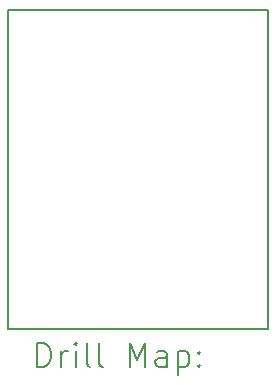
<source format=gbr>
%TF.GenerationSoftware,KiCad,Pcbnew,7.0.10-7.0.10~ubuntu22.04.1*%
%TF.CreationDate,2024-01-16T23:48:33+08:00*%
%TF.ProjectId,EL_oscillator,454c5f6f-7363-4696-9c6c-61746f722e6b,rev?*%
%TF.SameCoordinates,Original*%
%TF.FileFunction,Drillmap*%
%TF.FilePolarity,Positive*%
%FSLAX45Y45*%
G04 Gerber Fmt 4.5, Leading zero omitted, Abs format (unit mm)*
G04 Created by KiCad (PCBNEW 7.0.10-7.0.10~ubuntu22.04.1) date 2024-01-16 23:48:33*
%MOMM*%
%LPD*%
G01*
G04 APERTURE LIST*
%ADD10C,0.200000*%
G04 APERTURE END LIST*
D10*
X10000000Y-10000000D02*
X12200000Y-10000000D01*
X12200000Y-12700000D01*
X10000000Y-12700000D01*
X10000000Y-10000000D01*
X10250777Y-13021484D02*
X10250777Y-12821484D01*
X10250777Y-12821484D02*
X10298396Y-12821484D01*
X10298396Y-12821484D02*
X10326967Y-12831008D01*
X10326967Y-12831008D02*
X10346015Y-12850055D01*
X10346015Y-12850055D02*
X10355539Y-12869103D01*
X10355539Y-12869103D02*
X10365063Y-12907198D01*
X10365063Y-12907198D02*
X10365063Y-12935769D01*
X10365063Y-12935769D02*
X10355539Y-12973865D01*
X10355539Y-12973865D02*
X10346015Y-12992912D01*
X10346015Y-12992912D02*
X10326967Y-13011960D01*
X10326967Y-13011960D02*
X10298396Y-13021484D01*
X10298396Y-13021484D02*
X10250777Y-13021484D01*
X10450777Y-13021484D02*
X10450777Y-12888150D01*
X10450777Y-12926246D02*
X10460301Y-12907198D01*
X10460301Y-12907198D02*
X10469824Y-12897674D01*
X10469824Y-12897674D02*
X10488872Y-12888150D01*
X10488872Y-12888150D02*
X10507920Y-12888150D01*
X10574586Y-13021484D02*
X10574586Y-12888150D01*
X10574586Y-12821484D02*
X10565063Y-12831008D01*
X10565063Y-12831008D02*
X10574586Y-12840531D01*
X10574586Y-12840531D02*
X10584110Y-12831008D01*
X10584110Y-12831008D02*
X10574586Y-12821484D01*
X10574586Y-12821484D02*
X10574586Y-12840531D01*
X10698396Y-13021484D02*
X10679348Y-13011960D01*
X10679348Y-13011960D02*
X10669824Y-12992912D01*
X10669824Y-12992912D02*
X10669824Y-12821484D01*
X10803158Y-13021484D02*
X10784110Y-13011960D01*
X10784110Y-13011960D02*
X10774586Y-12992912D01*
X10774586Y-12992912D02*
X10774586Y-12821484D01*
X11031729Y-13021484D02*
X11031729Y-12821484D01*
X11031729Y-12821484D02*
X11098396Y-12964341D01*
X11098396Y-12964341D02*
X11165063Y-12821484D01*
X11165063Y-12821484D02*
X11165063Y-13021484D01*
X11346015Y-13021484D02*
X11346015Y-12916722D01*
X11346015Y-12916722D02*
X11336491Y-12897674D01*
X11336491Y-12897674D02*
X11317443Y-12888150D01*
X11317443Y-12888150D02*
X11279348Y-12888150D01*
X11279348Y-12888150D02*
X11260301Y-12897674D01*
X11346015Y-13011960D02*
X11326967Y-13021484D01*
X11326967Y-13021484D02*
X11279348Y-13021484D01*
X11279348Y-13021484D02*
X11260301Y-13011960D01*
X11260301Y-13011960D02*
X11250777Y-12992912D01*
X11250777Y-12992912D02*
X11250777Y-12973865D01*
X11250777Y-12973865D02*
X11260301Y-12954817D01*
X11260301Y-12954817D02*
X11279348Y-12945293D01*
X11279348Y-12945293D02*
X11326967Y-12945293D01*
X11326967Y-12945293D02*
X11346015Y-12935769D01*
X11441253Y-12888150D02*
X11441253Y-13088150D01*
X11441253Y-12897674D02*
X11460301Y-12888150D01*
X11460301Y-12888150D02*
X11498396Y-12888150D01*
X11498396Y-12888150D02*
X11517443Y-12897674D01*
X11517443Y-12897674D02*
X11526967Y-12907198D01*
X11526967Y-12907198D02*
X11536491Y-12926246D01*
X11536491Y-12926246D02*
X11536491Y-12983388D01*
X11536491Y-12983388D02*
X11526967Y-13002436D01*
X11526967Y-13002436D02*
X11517443Y-13011960D01*
X11517443Y-13011960D02*
X11498396Y-13021484D01*
X11498396Y-13021484D02*
X11460301Y-13021484D01*
X11460301Y-13021484D02*
X11441253Y-13011960D01*
X11622205Y-13002436D02*
X11631729Y-13011960D01*
X11631729Y-13011960D02*
X11622205Y-13021484D01*
X11622205Y-13021484D02*
X11612682Y-13011960D01*
X11612682Y-13011960D02*
X11622205Y-13002436D01*
X11622205Y-13002436D02*
X11622205Y-13021484D01*
X11622205Y-12897674D02*
X11631729Y-12907198D01*
X11631729Y-12907198D02*
X11622205Y-12916722D01*
X11622205Y-12916722D02*
X11612682Y-12907198D01*
X11612682Y-12907198D02*
X11622205Y-12897674D01*
X11622205Y-12897674D02*
X11622205Y-12916722D01*
M02*

</source>
